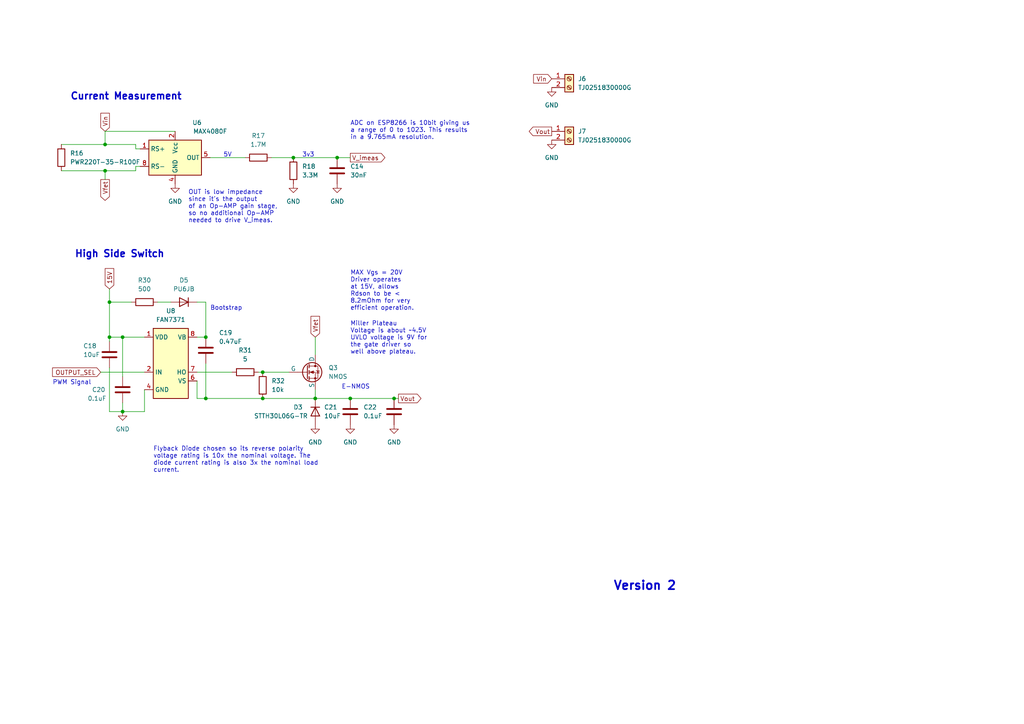
<source format=kicad_sch>
(kicad_sch (version 20230121) (generator eeschema)
  (paper "A4")
  (title_block (title "Local High Side Switch and Current Measurement Circuit"))
  (lib_symbols
    (symbol "Amplifier_Current:MAX4080F"
      (property "Reference" "U" (at -7.62 6.35 0))
      (property "Value" "MAX4080F" (at 2.54 6.35 0))
      (symbol "MAX4080F_0_1"
        (rectangle (start -7.62 5.08) (end 7.62 -5.08) (stroke (width 0.254)) (fill (type background)))
      )
      (symbol "MAX4080F_1_1"
        (pin input line (at -10.16 2.54 0) (length 2.54) (name "RS+") (number "1"))
        (pin power_in line (at 0 7.62 270) (length 2.54) (name "Vcc") (number "2"))
        (pin no_connect line (at 2.54 -5.08 90) (length 2.54) hide (name "NC") (number "3"))
        (pin power_in line (at 0 -7.62 90) (length 2.54) (name "GND") (number "4"))
        (pin output line (at 10.16 0 180) (length 2.54) (name "OUT") (number "5"))
        (pin no_connect line (at 5.08 -5.08 90) (length 2.54) hide (name "NC") (number "6"))
        (pin no_connect line (at 7.62 -5.08 90) (length 2.54) hide (name "NC") (number "7"))
        (pin input line (at -10.16 -2.54 0) (length 2.54) (name "RS-") (number "8"))
      )
    )
    (symbol "Connector:Screw_Terminal_01x02" (pin_names (offset 1.016) hide)
      (property "Reference" "J" (at 0 2.54 0))
      (property "Value" "Screw_Terminal_01x02" (at 0 -5.08 0))
      (symbol "Screw_Terminal_01x02_1_1"
        (rectangle (start -1.27 1.27) (end 1.27 -3.81) (stroke (width 0.254)) (fill (type background)))
        (circle (center 0 -2.54) (radius 0.635) (stroke (width 0.1524)))
        (polyline (pts (xy -0.5334 -2.2098) (xy 0.3302 -3.048)) (stroke (width 0.1524)))
        (polyline (pts (xy -0.5334 0.3302) (xy 0.3302 -0.508)) (stroke (width 0.1524)))
        (polyline (pts (xy -0.3556 -2.032) (xy 0.508 -2.8702)) (stroke (width 0.1524)))
        (polyline (pts (xy -0.3556 0.508) (xy 0.508 -0.3302)) (stroke (width 0.1524)))
        (circle (center 0 0) (radius 0.635) (stroke (width 0.1524)))
        (pin passive line (at -5.08 0 0) (length 3.81) (name "Pin_1") (number "1"))
        (pin passive line (at -5.08 -2.54 0) (length 3.81) (name "Pin_2") (number "2"))
      )
    )
    (symbol "Device:C" (pin_numbers hide) (pin_names (offset 0.254))
      (property "Reference" "C" (at 0.635 2.54 0))
      (property "Value" "C" (at 0.635 -2.54 0))
      (symbol "C_0_1"
        (polyline (pts (xy -2.032 -0.762) (xy 2.032 -0.762)) (stroke (width 0.508)))
        (polyline (pts (xy -2.032 0.762) (xy 2.032 0.762)) (stroke (width 0.508)))
      )
      (symbol "C_1_1"
        (pin passive line (at 0 3.81 270) (length 2.794) (name "~") (number "1"))
        (pin passive line (at 0 -3.81 90) (length 2.794) (name "~") (number "2"))
      )
    )
    (symbol "Device:D" (pin_numbers hide) (pin_names (offset 1.016) hide)
      (property "Reference" "D" (at 0 2.54 0))
      (property "Value" "D" (at 0 -2.54 0))
      (symbol "D_0_1"
        (polyline (pts (xy -1.27 1.27) (xy -1.27 -1.27)) (stroke (width 0.254)))
        (polyline (pts (xy 1.27 0) (xy -1.27 0)))
        (polyline (pts (xy 1.27 1.27) (xy 1.27 -1.27) (xy -1.27 0) (xy 1.27 1.27)) (stroke (width 0.254)))
      )
      (symbol "D_1_1"
        (pin passive line (at -3.81 0 0) (length 2.54) (name "K") (number "1"))
        (pin passive line (at 3.81 0 180) (length 2.54) (name "A") (number "2"))
      )
    )
    (symbol "Device:R" (pin_numbers hide) (pin_names (offset 0))
      (property "Reference" "R" (at 2.032 0 90))
      (property "Value" "R" (at 0 0 90))
      (symbol "R_0_1"
        (rectangle (start -1.016 -2.54) (end 1.016 2.54) (stroke (width 0.254)))
      )
      (symbol "R_1_1"
        (pin passive line (at 0 3.81 270) (length 1.27) (name "~") (number "1"))
        (pin passive line (at 0 -3.81 90) (length 1.27) (name "~") (number "2"))
      )
    )
    (symbol "Driver_FET:FAN7371"
      (property "Reference" "U" (at 0 13.97 0))
      (property "Value" "FAN7371" (at 0 11.43 0))
      (symbol "FAN7371_0_1"
        (rectangle (start -5.08 10.16) (end 5.08 -10.16) (stroke (width 0.254)) (fill (type background)))
      )
      (symbol "FAN7371_1_1"
        (pin power_in line (at -7.62 7.62 0) (length 2.54) (name "VDD") (number "1"))
        (pin input line (at -7.62 -2.54 0) (length 2.54) (name "IN") (number "2"))
        (pin no_connect line (at -5.08 -5.08 0) (length 2.54) hide (name "NC") (number "3"))
        (pin power_in line (at -7.62 -7.62 0) (length 2.54) (name "GND") (number "4"))
        (pin no_connect line (at 5.08 -7.62 180) (length 2.54) hide (name "NC") (number "5"))
        (pin passive line (at 7.62 -5.08 180) (length 2.54) (name "VS") (number "6"))
        (pin output line (at 7.62 -2.54 180) (length 2.54) (name "HO") (number "7"))
        (pin passive line (at 7.62 7.62 180) (length 2.54) (name "VB") (number "8"))
      )
    )
    (symbol "Simulation_SPICE:NMOS" (pin_numbers hide) (pin_names (offset 0))
      (property "Reference" "Q" (at 5.08 1.27 0))
      (property "Value" "NMOS" (at 5.08 -1.27 0))
      (symbol "NMOS_0_1"
        (polyline (pts (xy 0.254 0) (xy -2.54 0)))
        (polyline (pts (xy 0.254 1.905) (xy 0.254 -1.905)) (stroke (width 0.254)))
        (polyline (pts (xy 0.762 -1.27) (xy 0.762 -2.286)) (stroke (width 0.254)))
        (polyline (pts (xy 0.762 0.508) (xy 0.762 -0.508)) (stroke (width 0.254)))
        (polyline (pts (xy 0.762 2.286) (xy 0.762 1.27)) (stroke (width 0.254)))
        (polyline (pts (xy 2.54 2.54) (xy 2.54 1.778)))
        (polyline (pts (xy 2.54 -2.54) (xy 2.54 0) (xy 0.762 0)))
        (polyline (pts (xy 0.762 -1.778) (xy 3.302 -1.778) (xy 3.302 1.778) (xy 0.762 1.778)))
        (polyline (pts (xy 1.016 0) (xy 2.032 0.381) (xy 2.032 -0.381) (xy 1.016 0)) (fill (type outline)))
        (polyline (pts (xy 2.794 0.508) (xy 2.921 0.381) (xy 3.683 0.381) (xy 3.81 0.254)))
        (polyline (pts (xy 3.302 0.381) (xy 2.921 -0.254) (xy 3.683 -0.254) (xy 3.302 0.381)))
        (circle (center 1.651 0) (radius 2.794) (stroke (width 0.254)))
        (circle (center 2.54 -1.778) (radius 0.254) (fill (type outline)))
        (circle (center 2.54 1.778) (radius 0.254) (fill (type outline)))
      )
      (symbol "NMOS_1_1"
        (pin passive line (at 2.54 5.08 270) (length 2.54) (name "D") (number "1"))
        (pin input line (at -5.08 0 0) (length 2.54) (name "G") (number "2"))
        (pin passive line (at 2.54 -5.08 90) (length 2.54) (name "S") (number "3"))
      )
    )
    (symbol "power:GND" (power) (pin_names (offset 0))
      (property "Value" "GND" (at 0 -3.81 0))
      (symbol "GND_0_1"
        (polyline (pts (xy 0 0) (xy 0 -1.27) (xy 1.27 -1.27) (xy 0 -2.54) (xy -1.27 -1.27) (xy 0 -1.27)))
      )
      (symbol "GND_1_1"
        (pin power_in line (at 0 0 270) (length 0) hide (name "GND") (number "1"))
      )
    )
  )
  (junction (at 35.56 119.38))
  (junction (at 114.3 115.57))
  (junction (at 76.2 115.57))
  (junction (at 91.44 115.57))
  (junction (at 59.69 115.57))
  (junction (at 76.2 107.95))
  (junction (at 97.79 45.72))
  (junction (at 85.09 45.72))
  (junction (at 30.48 41.91))
  (junction (at 30.48 49.53))
  (junction (at 31.75 97.79))
  (junction (at 31.75 87.63))
  (junction (at 59.69 97.79))
  (junction (at 101.6 115.57))
  (junction (at 35.56 97.79))
  (wire (pts (xy 35.56 116.84) (xy 35.56 119.38)))
  (wire (pts (xy 31.75 106.68) (xy 31.75 119.38)))
  (wire (pts (xy 40.64 48.26) (xy 39.37 48.26)))
  (wire (pts (xy 57.15 107.95) (xy 67.31 107.95)))
  (wire (pts (xy 85.09 45.72) (xy 78.74 45.72)))
  (wire (pts (xy 35.56 119.38) (xy 41.91 119.38)))
  (wire (pts (xy 91.44 97.79) (xy 91.44 102.87)))
  (wire (pts (xy 39.37 43.18) (xy 39.37 41.91)))
  (wire (pts (xy 97.79 45.72) (xy 101.6 45.72)))
  (wire (pts (xy 76.2 115.57) (xy 91.44 115.57)))
  (wire (pts (xy 31.75 87.63) (xy 31.75 83.82)))
  (wire (pts (xy 59.69 105.41) (xy 59.69 115.57)))
  (wire (pts (xy 50.8 38.1) (xy 30.48 38.1)))
  (wire (pts (xy 57.15 115.57) (xy 59.69 115.57)))
  (wire (pts (xy 74.93 107.95) (xy 76.2 107.95)))
  (wire (pts (xy 91.44 115.57) (xy 101.6 115.57)))
  (wire (pts (xy 45.72 87.63) (xy 49.53 87.63)))
  (wire (pts (xy 35.56 97.79) (xy 35.56 109.22)))
  (wire (pts (xy 39.37 48.26) (xy 39.37 49.53)))
  (wire (pts (xy 31.75 119.38) (xy 35.56 119.38)))
  (wire (pts (xy 39.37 49.53) (xy 30.48 49.53)))
  (wire (pts (xy 85.09 45.72) (xy 97.79 45.72)))
  (wire (pts (xy 41.91 119.38) (xy 41.91 113.03)))
  (wire (pts (xy 115.57 115.57) (xy 114.3 115.57)))
  (wire (pts (xy 30.48 38.1) (xy 30.48 41.91)))
  (wire (pts (xy 57.15 110.49) (xy 57.15 115.57)))
  (wire (pts (xy 59.69 87.63) (xy 59.69 97.79)))
  (wire (pts (xy 91.44 115.57) (xy 91.44 113.03)))
  (wire (pts (xy 60.96 45.72) (xy 71.12 45.72)))
  (wire (pts (xy 17.78 49.53) (xy 30.48 49.53)))
  (wire (pts (xy 29.21 107.95) (xy 41.91 107.95)))
  (wire (pts (xy 31.75 87.63) (xy 38.1 87.63)))
  (wire (pts (xy 31.75 97.79) (xy 31.75 87.63)))
  (wire (pts (xy 35.56 97.79) (xy 41.91 97.79)))
  (wire (pts (xy 39.37 43.18) (xy 40.64 43.18)))
  (wire (pts (xy 39.37 41.91) (xy 30.48 41.91)))
  (wire (pts (xy 31.75 97.79) (xy 35.56 97.79)))
  (wire (pts (xy 17.78 41.91) (xy 30.48 41.91)))
  (wire (pts (xy 59.69 115.57) (xy 76.2 115.57)))
  (wire (pts (xy 101.6 115.57) (xy 114.3 115.57)))
  (wire (pts (xy 30.48 49.53) (xy 30.48 52.07)))
  (wire (pts (xy 57.15 97.79) (xy 59.69 97.79)))
  (wire (pts (xy 57.15 87.63) (xy 59.69 87.63)))
  (wire (pts (xy 31.75 99.06) (xy 31.75 97.79)))
  (wire (pts (xy 76.2 107.95) (xy 83.82 107.95)))
  (text "3v3" (at 87.63 45.72 0) (effects (font (size 1.27 1.27)) (justify left bottom)))
  (text "OUT is low impedance\nsince it's the output\nof an Op-AMP gain stage, \nso no additional Op-AMP \nneeded to drive V_imeas. " (at 54.61 64.77 0) (effects (font (size 1.27 1.27)) (justify left bottom)))
  (text "5V" (at 64.77 45.72 0) (effects (font (size 1.27 1.27)) (justify left bottom)))
  (text "Bootstrap" (at 60.96 90.17 0) (effects (font (size 1.27 1.27)) (justify left bottom)))
  (text "Flyback Diode chosen so its reverse polarity\nvoltage rating is 10x the nominal voltage. The\ndiode current rating is also 3x the nominal load\ncurrent. " (at 44.45 137.16 0) (effects (font (size 1.27 1.27)) (justify left bottom)))
  (text "High Side Switch" (at 21.59 74.93 0) (effects (font (size 2 2) (thickness 0.4) bold) (justify left bottom)))
  (text "PWM Signal" (at 15.24 111.76 0) (effects (font (size 1.27 1.27)) (justify left bottom)))
  (text "Current Measurement" (at 20.32 29.21 0) (effects (font (size 2 2) (thickness 0.4) bold) (justify left bottom)))
  (text "MAX Vgs = 20V\nDriver operates\nat 15V, allows \nRdson to be <\n8.2mOhm for very\nefficient operation." (at 101.6 90.17 0) (effects (font (size 1.27 1.27)) (justify left bottom)))
  (text "Miller Plateau \nVoltage is about ~4.5V\nUVLO voltage is 9V for \nthe gate driver so\nwell above plateau. " (at 101.6 102.87 0) (effects (font (size 1.27 1.27)) (justify left bottom)))
  (text "ADC on ESP8266 is 10bit giving us \na range of 0 to 1023. This results\nin a 9.765mA resolution. " (at 101.6 40.64 0) (effects (font (size 1.27 1.27)) (justify left bottom)))
  (text "Version 2" (at 177.8 171.45 0) (effects (font (size 2.5 2.5) (thickness 0.5) bold) (justify left bottom)))
  (text "E-NMOS" (at 99.06 113.03 0) (effects (font (size 1.27 1.27)) (justify left bottom)))
  (global_label "OUTPUT_SEL" (shape input) (at 29.21 107.95 180) (property "Intersheetrefs" "${INTERSHEET_REFS}" (effects hide)))
  (global_label "Vout" (shape output) (at 115.57 115.57 0) (property "Intersheetrefs" "${INTERSHEET_REFS}" (effects hide)))
  (global_label "Vfet" (shape output) (at 30.48 52.07 270) (property "Intersheetrefs" "${INTERSHEET_REFS}" (effects hide)))
  (global_label "Vin" (shape input) (at 160.02 22.86 180) (property "Intersheetrefs" "${INTERSHEET_REFS}" (effects hide)))
  (global_label "15V" (shape input) (at 31.75 83.82 90) (property "Intersheetrefs" "${INTERSHEET_REFS}" (effects hide)))
  (global_label "V_imeas" (shape output) (at 101.6 45.72 0) (property "Intersheetrefs" "${INTERSHEET_REFS}" (effects hide)))
  (global_label "Vin" (shape input) (at 30.48 38.1 90) (property "Intersheetrefs" "${INTERSHEET_REFS}" (effects hide)))
  (global_label "Vfet" (shape input) (at 91.44 97.79 90) (property "Intersheetrefs" "${INTERSHEET_REFS}" (effects hide)))
  (global_label "Vout" (shape output) (at 160.02 38.1 180) (property "Intersheetrefs" "${INTERSHEET_REFS}" (effects hide)))
  (symbol (lib_id "power:GND") (at 101.6 123.19 0) (unit 1)
    (property "Reference" "#PWR031" (effects hide))
    (property "Value" "GND" (at 101.6 128.27 0))
    (instances (project "james_ewing_ee_design_take_home" (path "" (reference "#PWR031") (unit 1)) (path "" (reference "#PWR042") (unit 1))))
  )
  (symbol (lib_id "Amplifier_Current:MAX4080F") (at 50.8 45.72 0) (unit 1)
    (property "Reference" "U6" (at 57.15 35.56 0))
    (property "Value" "MAX4080F" (at 60.96 38.1 0))
    (property "Datasheet" "http://datasheets.maximintegrated.com/en/ds/MAX4080-MAX4081.pdf" (effects hide))
  )
  (symbol (lib_id "Device:C") (at 35.56 113.03 0) (unit 1)
    (property "Reference" "C20" (at 26.67 113.03 0) (effects (justify left)))
    (property "Value" "0.1uF" (at 25.4 115.57 0) (effects (justify left)))
  )
  (symbol (lib_id "Device:R") (at 85.09 49.53 0) (unit 1)
    (property "Reference" "R18" (at 87.63 48.26 0) (effects (justify left)))
    (property "Value" "3.3M" (at 87.63 50.8 0) (effects (justify left)))
  )
  (symbol (lib_id "Device:R") (at 74.93 45.72 270) (unit 1)
    (property "Reference" "R17" (at 74.93 39.37 90))
    (property "Value" "1.7M" (at 74.93 41.91 90))
  )
  (symbol (lib_id "Connector:Screw_Terminal_01x02") (at 165.1 22.86 0) (unit 1)
    (property "Reference" "J6" (at 167.64 22.86 0) (effects (justify left)))
    (property "Value" "TJ0251830000G" (at 167.64 25.4 0) (effects (justify left)))
    (instances (project "james_ewing_ee_design_take_home" (path "" (reference "J6") (unit 1)) (path "" (reference "J7") (unit 1))))
  )
  (symbol (lib_id "Device:R") (at 76.2 111.76 0) (unit 1)
    (property "Reference" "R32" (at 78.74 110.49 0) (effects (justify left)))
    (property "Value" "10k" (at 78.74 113.03 0) (effects (justify left)))
  )
  (symbol (lib_id "power:GND") (at 114.3 123.19 0) (unit 1)
    (property "Reference" "#PWR031" (effects hide))
    (property "Value" "GND" (at 114.3 128.27 0))
    (instances (project "james_ewing_ee_design_take_home" (path "" (reference "#PWR031") (unit 1)) (path "" (reference "#PWR043") (unit 1))))
  )
  (symbol (lib_id "power:GND") (at 50.8 53.34 0) (unit 1)
    (property "Reference" "#PWR023" (effects hide))
    (property "Value" "GND" (at 50.8 58.42 0))
  )
  (symbol (lib_id "Device:C") (at 114.3 119.38 0) (unit 1)
    (property "Reference" "C22" (at 105.41 118.11 0) (effects (justify left)))
    (property "Value" "0.1uF" (at 105.41 120.65 0) (effects (justify left)))
  )
  (symbol (lib_id "Device:R") (at 71.12 107.95 270) (unit 1)
    (property "Reference" "R31" (at 71.12 101.6 90))
    (property "Value" "5" (at 71.12 104.14 90))
  )
  (symbol (lib_id "Simulation_SPICE:NMOS") (at 88.9 107.95 0) (unit 1)
    (property "Reference" "Q3" (at 95.25 106.68 0) (effects (justify left)))
    (property "Value" "NMOS" (at 95.25 109.22 0) (effects (justify left)))
    (property "Datasheet" "https://ngspice.sourceforge.io/docs/ngspice-manual.pdf" (effects hide))
    (property "Sim.Device" "NMOS" (effects hide))
    (property "Sim.Type" "VDMOS" (effects hide))
    (property "Sim.Pins" "1=D 2=G 3=S" (effects hide))
  )
  (symbol (lib_id "Device:D") (at 91.44 119.38 270) (unit 1)
    (property "Reference" "D3" (at 85.09 118.11 90) (effects (justify left)))
    (property "Value" "STTH30L06G-TR" (at 73.66 120.65 90) (effects (justify left)))
    (property "Sim.Device" "D" (effects hide))
    (property "Sim.Pins" "1=K 2=A" (effects hide))
    (instances (project "james_ewing_ee_design_take_home" (path "" (reference "D3") (unit 1)) (path "" (reference "D4") (unit 1))))
  )
  (symbol (lib_id "Device:C") (at 97.79 49.53 0) (unit 1)
    (property "Reference" "C14" (at 101.6 48.26 0) (effects (justify left)))
    (property "Value" "30nF" (at 101.6 50.8 0) (effects (justify left)))
  )
  (symbol (lib_id "power:GND") (at 160.02 40.64 0) (unit 1)
    (property "Reference" "#PWR040" (effects hide))
    (property "Value" "GND" (at 160.02 45.72 0))
  )
  (symbol (lib_id "Driver_FET:FAN7371") (at 49.53 105.41 0) (unit 1)
    (property "Reference" "U8" (at 49.53 90.17 0))
    (property "Value" "FAN7371" (at 49.53 92.71 0))
    (property "Footprint" "Package_SO:SOIC-8_3.9x4.9mm_P1.27mm" (effects hide))
    (property "Datasheet" "https://www.onsemi.com/pub/Collateral/FAN7371-D.pdf" (effects hide))
  )
  (symbol (lib_id "power:GND") (at 35.56 119.38 0) (unit 1)
    (property "Reference" "#PWR041" (effects hide))
    (property "Value" "GND" (at 35.56 124.46 0))
  )
  (symbol (lib_id "Device:C") (at 31.75 102.87 0) (unit 1)
    (property "Reference" "C18" (at 24.13 100.33 0) (effects (justify left)))
    (property "Value" "10uF" (at 24.13 102.87 0) (effects (justify left)))
  )
  (symbol (lib_id "power:GND") (at 160.02 25.4 0) (unit 1)
    (property "Reference" "#PWR036" (effects hide))
    (property "Value" "GND" (at 160.02 30.48 0))
  )
  (symbol (lib_id "Device:R") (at 17.78 45.72 0) (unit 1)
    (property "Reference" "R16" (at 20.32 44.45 0) (effects (justify left)))
    (property "Value" "PWR220T-35-R100F" (at 20.32 46.99 0) (effects (justify left)))
  )
  (symbol (lib_id "Connector:Screw_Terminal_01x02") (at 165.1 38.1 0) (unit 1)
    (property "Reference" "J7" (at 167.64 38.1 0) (effects (justify left)))
    (property "Value" "TJ0251830000G" (at 167.64 40.64 0) (effects (justify left)))
    (instances (project "james_ewing_ee_design_take_home" (path "" (reference "J7") (unit 1)) (path "" (reference "J8") (unit 1))))
  )
  (symbol (lib_id "Device:R") (at 41.91 87.63 270) (unit 1)
    (property "Reference" "R30" (at 41.91 81.28 90))
    (property "Value" "500" (at 41.91 83.82 90))
  )
  (symbol (lib_id "Device:C") (at 59.69 101.6 0) (unit 1)
    (property "Reference" "C19" (at 63.5 96.52 0) (effects (justify left)))
    (property "Value" "0.47uF" (at 63.5 99.06 0) (effects (justify left)))
  )
  (symbol (lib_id "power:GND") (at 91.44 123.19 0) (unit 1)
    (property "Reference" "#PWR031" (effects hide))
    (property "Value" "GND" (at 91.44 128.27 0))
  )
  (symbol (lib_id "power:GND") (at 97.79 53.34 0) (unit 1)
    (property "Reference" "#PWR028" (effects hide))
    (property "Value" "GND" (at 97.79 58.42 0))
  )
  (symbol (lib_id "power:GND") (at 85.09 53.34 0) (unit 1)
    (property "Reference" "#PWR027" (effects hide))
    (property "Value" "GND" (at 85.09 58.42 0))
  )
  (symbol (lib_id "Device:C") (at 101.6 119.38 0) (unit 1)
    (property "Reference" "C21" (at 93.98 118.11 0) (effects (justify left)))
    (property "Value" "10uF" (at 93.98 120.65 0) (effects (justify left)))
  )
  (symbol (lib_id "Device:D") (at 53.34 87.63 180) (unit 1)
    (property "Reference" "D5" (at 53.34 81.28 0))
    (property "Value" "PU6JB" (at 53.34 83.82 0))
    (property "Sim.Device" "D" (effects hide))
    (property "Sim.Pins" "1=K 2=A" (effects hide))
  )
)
</source>
